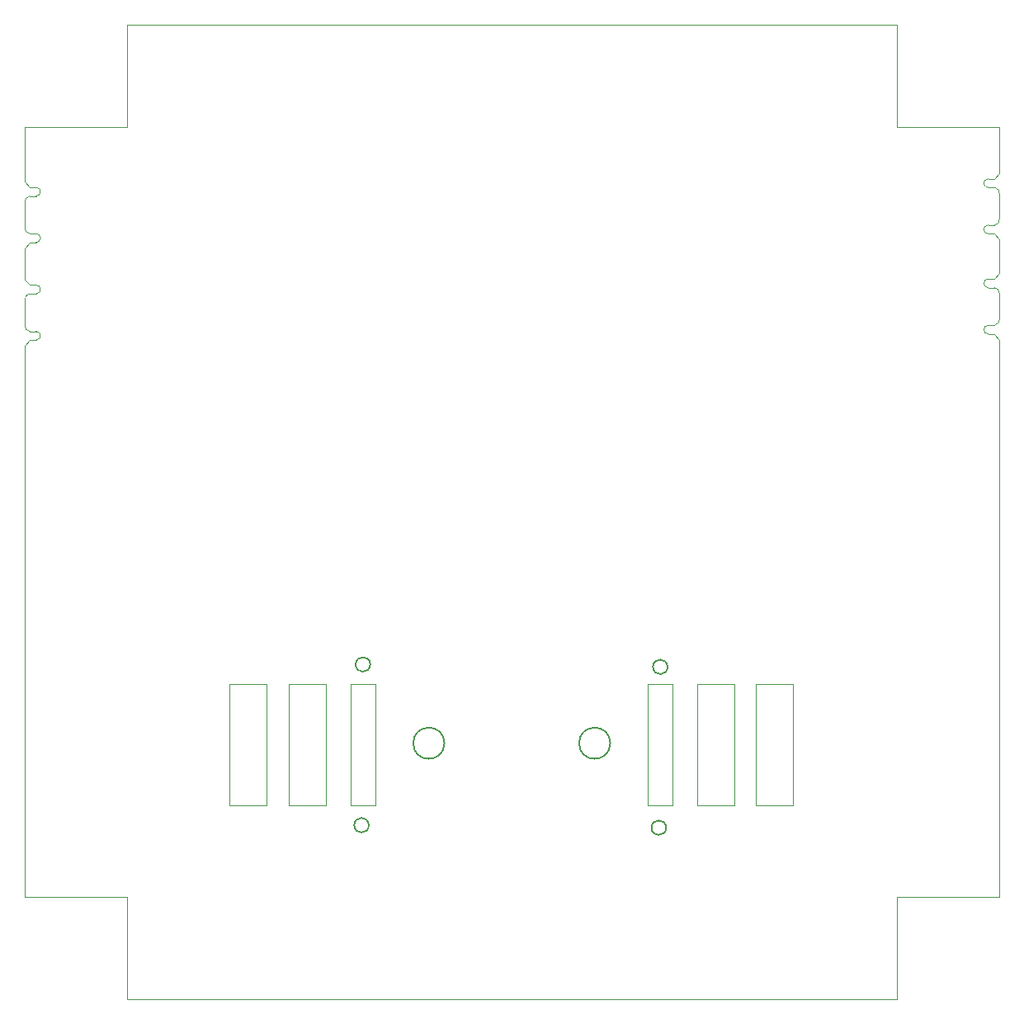
<source format=gbr>
%TF.GenerationSoftware,KiCad,Pcbnew,7.0.5*%
%TF.CreationDate,2023-07-31T21:27:44-07:00*%
%TF.ProjectId,antenna_top_cap,616e7465-6e6e-4615-9f74-6f705f636170,rev?*%
%TF.SameCoordinates,Original*%
%TF.FileFunction,Profile,NP*%
%FSLAX46Y46*%
G04 Gerber Fmt 4.6, Leading zero omitted, Abs format (unit mm)*
G04 Created by KiCad (PCBNEW 7.0.5) date 2023-07-31 21:27:44*
%MOMM*%
%LPD*%
G01*
G04 APERTURE LIST*
%TA.AperFunction,Profile*%
%ADD10C,0.100000*%
%TD*%
%TA.AperFunction,Profile*%
%ADD11C,0.050000*%
%TD*%
%TA.AperFunction,Profile*%
%ADD12C,0.150000*%
%TD*%
%TA.AperFunction,Profile*%
%ADD13C,0.010000*%
%TD*%
G04 APERTURE END LIST*
D10*
X215545800Y-85769400D02*
X215545800Y-86244400D01*
X215545800Y-75969400D02*
X215546200Y-72717200D01*
X115545800Y-86644400D02*
X115545800Y-86869400D01*
X115545800Y-76844400D02*
X115546200Y-72717200D01*
X115545800Y-96669400D02*
X115546200Y-151717200D01*
X215545800Y-96039403D02*
X215546200Y-151717200D01*
X126046200Y-62217200D02*
X140145800Y-62217200D01*
D11*
X126046200Y-162217200D02*
X126046200Y-151717200D01*
X205046200Y-62217200D02*
X205046200Y-72717200D01*
D10*
X205046200Y-162217200D02*
X126046200Y-162217200D01*
D11*
X126046200Y-72717200D02*
X126046200Y-62217200D01*
X215546200Y-151717200D02*
X205046200Y-151717200D01*
X205046200Y-72717200D02*
X215546200Y-72717200D01*
X126046200Y-151717200D02*
X115546200Y-151717200D01*
D10*
X205046200Y-62217200D02*
X151845800Y-62217200D01*
D11*
X205046200Y-151717200D02*
X205046200Y-162217200D01*
D10*
X140638300Y-62219400D02*
X140145800Y-62217200D01*
X140638300Y-62219400D02*
X151845800Y-62217200D01*
D11*
X115546200Y-72717200D02*
X126046200Y-72717200D01*
D12*
%TO.C,J6*%
X181486600Y-128124400D02*
G75*
G03*
X181486600Y-128124400I-750000J0D01*
G01*
X181336600Y-144624400D02*
G75*
G03*
X181336600Y-144624400I-750000J0D01*
G01*
X175610800Y-135959201D02*
G75*
G03*
X175610800Y-135959201I-1600000J0D01*
G01*
X158592800Y-135959200D02*
G75*
G03*
X158592800Y-135959200I-1600000J0D01*
G01*
X150986600Y-127874400D02*
G75*
G03*
X150986600Y-127874400I-750000J0D01*
G01*
X150836600Y-144374400D02*
G75*
G03*
X150836600Y-144374400I-750000J0D01*
G01*
D11*
X194346600Y-142374400D02*
X194346600Y-129874400D01*
X194346600Y-129874400D02*
X190536600Y-129874400D01*
X190536600Y-142374400D02*
X194346600Y-142374400D01*
X190536600Y-129874400D02*
X190536600Y-142374400D01*
X188320800Y-142374400D02*
X188320800Y-129874400D01*
X188320800Y-129874400D02*
X184510800Y-129874400D01*
X184510800Y-142374400D02*
X188320800Y-142374400D01*
X184510800Y-129874400D02*
X184510800Y-142374400D01*
X181970800Y-142374400D02*
X181970800Y-129874400D01*
X181970800Y-129874400D02*
X179430800Y-129874400D01*
X179430800Y-142374400D02*
X181970800Y-142374400D01*
X179430800Y-129874400D02*
X179430800Y-142374400D01*
X151490800Y-142374400D02*
X148950800Y-142374400D01*
X151490800Y-129874400D02*
X151490800Y-142374400D01*
X148950800Y-142374400D02*
X148950800Y-129874400D01*
X148950800Y-129874400D02*
X151490800Y-129874400D01*
X146410800Y-142374400D02*
X146410800Y-129879200D01*
X146410800Y-129879200D02*
X142600800Y-129874400D01*
X142600800Y-129874400D02*
X142586600Y-142374400D01*
X142586600Y-142374400D02*
X146410800Y-142374400D01*
X140336600Y-142372000D02*
X140336600Y-129876800D01*
X140336600Y-129876800D02*
X136526600Y-129872000D01*
X136526600Y-129872000D02*
X136512400Y-142372000D01*
X136512400Y-142372000D02*
X140336600Y-142372000D01*
D13*
%TO.C,J11*%
X116050743Y-89843874D02*
G75*
G03*
X115545800Y-90469400I59997J-564996D01*
G01*
X116695800Y-89844400D02*
G75*
G03*
X116695800Y-88944400I0J450000D01*
G01*
X115540857Y-93068870D02*
G75*
G03*
X116045800Y-93694398I564942J-60530D01*
G01*
X116695800Y-94594400D02*
G75*
G03*
X116695800Y-93694400I0J450000D01*
G01*
X115545800Y-86869400D02*
X115545800Y-88369400D01*
X115545800Y-88369400D02*
X116045800Y-88944400D01*
X116695800Y-88944400D02*
X116045800Y-88944400D01*
X116695800Y-89844400D02*
X116045800Y-89844400D01*
X115540857Y-91768870D02*
X115545800Y-90469400D01*
X115540857Y-91768870D02*
X115540857Y-93068870D01*
X116695800Y-93694400D02*
X116045800Y-93694400D01*
X116695800Y-94594400D02*
X116045800Y-94594400D01*
X115545800Y-95169400D02*
X116045800Y-94594400D01*
X115545800Y-96669400D02*
X115545800Y-95169400D01*
%TO.C,J10*%
X115545800Y-86644400D02*
X115545800Y-85144400D01*
X115545800Y-85144400D02*
X116045800Y-84569400D01*
X116695800Y-84569400D02*
X116045800Y-84569400D01*
X116695800Y-83669400D02*
X116045800Y-83669400D01*
X115540857Y-81743870D02*
X115540857Y-83043870D01*
X115540857Y-81743870D02*
X115545800Y-80444400D01*
X116695800Y-79819400D02*
X116045800Y-79819400D01*
X116695800Y-78919400D02*
X116045800Y-78919400D01*
X115545800Y-78344400D02*
X116045800Y-78919400D01*
X115545800Y-76844400D02*
X115545800Y-78344400D01*
X116695800Y-84569400D02*
G75*
G03*
X116695800Y-83669400I0J450000D01*
G01*
X115540857Y-83043870D02*
G75*
G03*
X116045800Y-83669398I564942J-60530D01*
G01*
X116695800Y-79819400D02*
G75*
G03*
X116695800Y-78919400I0J450000D01*
G01*
X116050743Y-79818874D02*
G75*
G03*
X115545800Y-80444400I59997J-564996D01*
G01*
%TO.C,J13*%
X215040857Y-93069926D02*
G75*
G03*
X215545800Y-92444400I-59997J564996D01*
G01*
X214395800Y-93069400D02*
G75*
G03*
X214395800Y-93969400I0J-450000D01*
G01*
X215550743Y-89844930D02*
G75*
G03*
X215045800Y-89219402I-564942J60530D01*
G01*
X214395800Y-88319400D02*
G75*
G03*
X214395800Y-89219400I0J-450000D01*
G01*
X215545800Y-96044400D02*
X215545800Y-94544400D01*
X215545800Y-94544400D02*
X215045800Y-93969400D01*
X214395800Y-93969400D02*
X215045800Y-93969400D01*
X214395800Y-93069400D02*
X215045800Y-93069400D01*
X215550743Y-91144930D02*
X215545800Y-92444400D01*
X215550743Y-91144930D02*
X215550743Y-89844930D01*
X214395800Y-89219400D02*
X215045800Y-89219400D01*
X214395800Y-88319400D02*
X215045800Y-88319400D01*
X215545800Y-87744400D02*
X215045800Y-88319400D01*
X215545800Y-86244400D02*
X215545800Y-87744400D01*
%TO.C,J15*%
X215545800Y-75969400D02*
X215545800Y-77469400D01*
X215545800Y-77469400D02*
X215045800Y-78044400D01*
X214395800Y-78044400D02*
X215045800Y-78044400D01*
X214395800Y-78944400D02*
X215045800Y-78944400D01*
X215550743Y-80869930D02*
X215550743Y-79569930D01*
X215550743Y-80869930D02*
X215545800Y-82169400D01*
X214395800Y-82794400D02*
X215045800Y-82794400D01*
X214395800Y-83694400D02*
X215045800Y-83694400D01*
X215545800Y-84269400D02*
X215045800Y-83694400D01*
X215545800Y-85769400D02*
X215545800Y-84269400D01*
X214395800Y-78044400D02*
G75*
G03*
X214395800Y-78944400I0J-450000D01*
G01*
X215550743Y-79569930D02*
G75*
G03*
X215045800Y-78944402I-564942J60530D01*
G01*
X214395800Y-82794400D02*
G75*
G03*
X214395800Y-83694400I0J-450000D01*
G01*
X215040857Y-82794926D02*
G75*
G03*
X215545800Y-82169400I-59997J564996D01*
G01*
%TD*%
M02*

</source>
